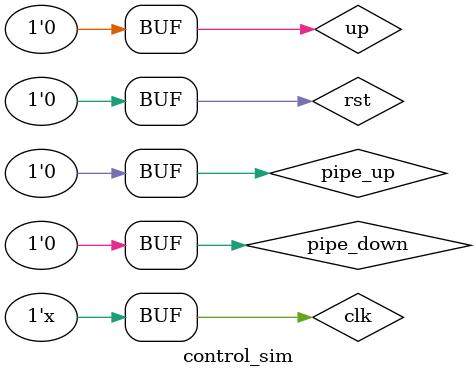
<source format=v>
`timescale 1ps/1ps
module control_sim();
    reg clk;//时钟
    reg rst;//rst为1时重置游戏
    reg up;//up为1时小鸟飞，为0时小鸟下落
    reg pipe_up;
    reg pipe_down;
    reg [1:0] status;
    reg [15:0]score;//分数
    reg [15:0]bird_y; //bird_y为小鸟下落的y坐标，初始为0，小鸟在屏幕中间
    reg [31:0]pipe1;//pipe1存储管道1的x和y，x为屏幕右侧，y为屏幕上方，x为10位，y为10位，x为屏幕左侧，y为屏幕下方
    reg [31:0]pipe2;//pipe2存储管道2的x和y，x为屏幕右侧，y为屏幕上方，x为10位，y为10位，x为屏幕左侧，y为屏幕下方
    reg [31:0]pipe3;//pipe3存储管道3的x和y，x为屏幕右侧，y为屏幕上方，x为10位，y为10位，x为屏幕左侧，y为屏幕下方
    reg [31:0]coin;
    control test3(
        .clk(clk),
        .rst(rst),
        .up(up),
        .pipe_up(pipe_up),
        .pipe_down(pipe_down),
        .status(status),
        .score(score),
        .bird_y(bird_y),
        .pipe1(pipe1),
        .pipe2(pipe2),
        .pipe3(pipe3),
        .coin(coin)
    );
    always begin
        clk = ~clk;
        #20;
    end
    initial begin
        clk=0;
        rst=1'b0;
        pipe_up = 1'b0;
        pipe_down = 1'b0;
        up = 1'b0;
        #100;
        pipe_up = 1'b1;#10;
        pipe_up = 1'b0;#10;
        rst=1'b1;#100;
        up=1'b1;#10;
        up=1'b0;#10;
        up=1'b1;pipe_up=1'b1;#10;
        up=1'b0;pipe_up=1'b0;#10;
        up=1'b1;pipe_down=1'b1;#10;
        up=1'b0;pipe_down=1'b0;#10;
        #1000;
        rst=1'b0;
    end
endmodule
</source>
